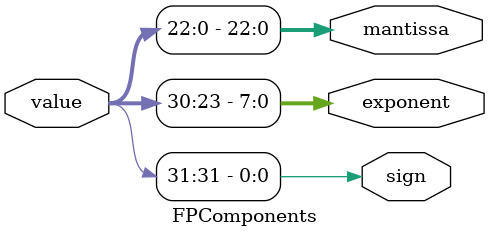
<source format=sv>

module FPComponents (
    input [31:0] value,
    output sign,
    output [7:0] exponent,
    output [22:0] mantissa
);

    assign sign = value[31];
    assign exponent = value[30:23];
    assign mantissa = value[22:0];

endmodule

</source>
